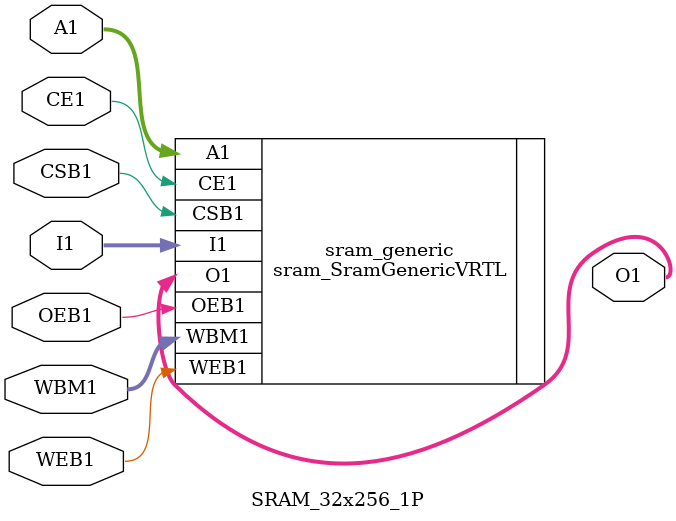
<source format=v>

`ifndef SRAM_32x256_1P
`define SRAM_32x256_1P

`include "sram/SramGenericVRTL.v"

module SRAM_32x256_1P
(
  input         CE1,
  input         WEB1,
  input         OEB1,
  input         CSB1,
  input  [7:0]  A1,
  input  [31:0] I1,
  output [31:0] O1,
  input  [3:0]  WBM1
);

  sram_SramGenericVRTL
  #(
    .p_data_nbits  (32),
    .p_num_entries (256)
  )
  sram_generic
  (
    .CE1  (CE1),
    .A1   (A1),
    .WEB1 (WEB1),
    .WBM1 (WBM1),
    .OEB1 (OEB1),
    .CSB1 (CSB1),
    .I1   (I1),
    .O1   (O1)
  );

endmodule

`endif /* SRAM_32x256_1P */


</source>
